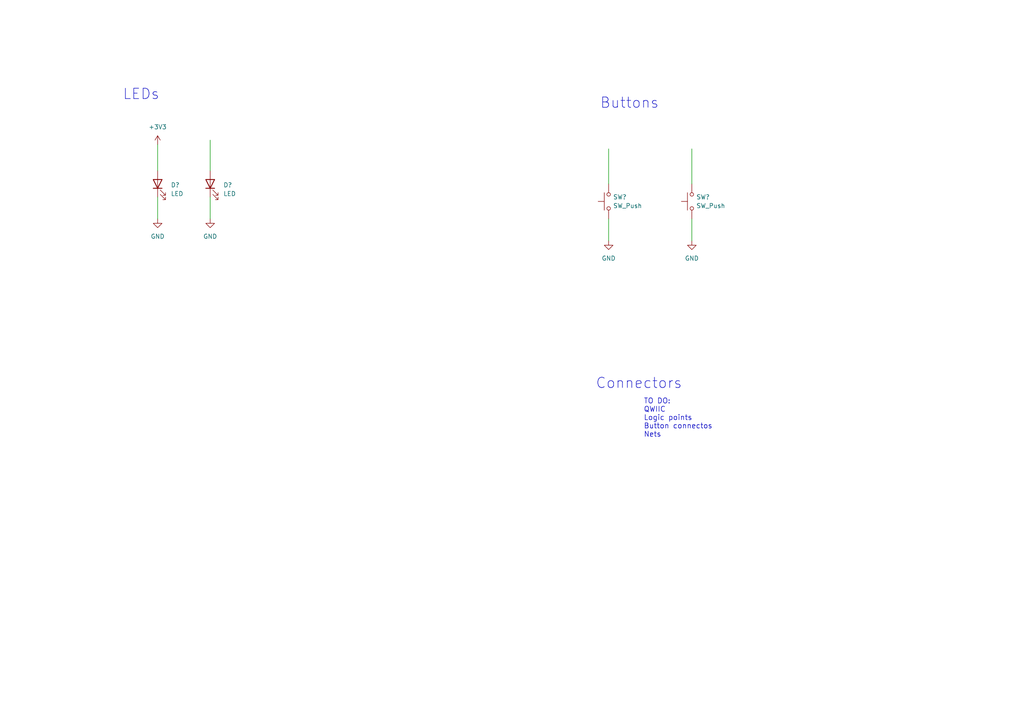
<source format=kicad_sch>
(kicad_sch (version 20211123) (generator eeschema)
  (paper "A4")
  (lib_symbols
    (symbol "Device:LED" (pin_numbers hide) (pin_names (offset 1.016) hide)
      (property "Reference" "D" (at 0 2.54 0))
      (property "Value" "LED" (at 0 -2.54 0))
      (symbol "LED_0_1"
        (polyline (pts (xy -1.27 -1.27) (xy -1.27 1.27)) (stroke (width 0.254)))
        (polyline (pts (xy -1.27 0) (xy 1.27 0)))
        (polyline (pts (xy 1.27 -1.27) (xy 1.27 1.27) (xy -1.27 0) (xy 1.27 -1.27)) (stroke (width 0.254)))
        (polyline (pts (xy -3.048 -0.762) (xy -4.572 -2.286) (xy -3.81 -2.286) (xy -4.572 -2.286) (xy -4.572 -1.524)))
        (polyline (pts (xy -1.778 -0.762) (xy -3.302 -2.286) (xy -2.54 -2.286) (xy -3.302 -2.286) (xy -3.302 -1.524)))
      )
      (symbol "LED_1_1"
        (pin passive line (at -3.81 0 0) (length 2.54) (name "K") (number "1"))
        (pin passive line (at 3.81 0 180) (length 2.54) (name "A") (number "2"))
      )
    )
    (symbol "Switch:SW_Push" (pin_numbers hide) (pin_names (offset 1.016) hide)
      (property "Reference" "SW" (at 1.27 2.54 0))
      (property "Value" "SW_Push" (at 0 -1.524 0))
      (symbol "SW_Push_0_1"
        (circle (center -2.032 0) (radius 0.508))
        (polyline (pts (xy 0 1.27) (xy 0 3.048)))
        (polyline (pts (xy 2.54 1.27) (xy -2.54 1.27)))
        (circle (center 2.032 0) (radius 0.508))
        (pin passive line (at -5.08 0 0) (length 2.54) (name "1") (number "1"))
        (pin passive line (at 5.08 0 180) (length 2.54) (name "2") (number "2"))
      )
    )
    (symbol "power:+3.3V" (power) (pin_names (offset 0))
      (property "Value" "+3.3V" (at 0 3.556 0))
      (symbol "+3.3V_0_1"
        (polyline (pts (xy -0.762 1.27) (xy 0 2.54)))
        (polyline (pts (xy 0 0) (xy 0 2.54)))
        (polyline (pts (xy 0 2.54) (xy 0.762 1.27)))
      )
      (symbol "+3.3V_1_1"
        (pin power_in line (at 0 0 90) (length 0) hide (name "+3V3") (number "1"))
      )
    )
    (symbol "power:GND" (power) (pin_names (offset 0))
      (property "Value" "GND" (at 0 -3.81 0))
      (symbol "GND_0_1"
        (polyline (pts (xy 0 0) (xy 0 -1.27) (xy 1.27 -1.27) (xy 0 -2.54) (xy -1.27 -1.27) (xy 0 -1.27)))
      )
      (symbol "GND_1_1"
        (pin power_in line (at 0 0 270) (length 0) hide (name "GND") (number "1"))
      )
    )
  )
  (wire (pts (xy 176.53 43.18) (xy 176.53 53.34)))
  (wire (pts (xy 176.53 63.5) (xy 176.53 69.85)))
  (wire (pts (xy 60.96 40.64) (xy 60.96 49.53)))
  (wire (pts (xy 200.66 63.5) (xy 200.66 69.85)))
  (wire (pts (xy 45.72 57.15) (xy 45.72 63.5)))
  (wire (pts (xy 45.72 41.91) (xy 45.72 49.53)))
  (wire (pts (xy 60.96 57.15) (xy 60.96 63.5)))
  (wire (pts (xy 200.66 43.18) (xy 200.66 53.34)))
  (text "Connectors" (at 172.72 113.03 0) (effects (font (size 3 3)) (justify left bottom)))
  (text "TO DO:\nQWIIC\nLogic points\nButton connectos\nNets\n" (at 186.69 127 0) (effects (font (size 1.5 1.5)) (justify left bottom)))
  (text "Buttons" (at 173.99 31.75 0) (effects (font (size 3 3)) (justify left bottom)))
  (text "LEDs" (at 35.56 29.21 0) (effects (font (size 3 3)) (justify left bottom)))
  (symbol (lib_id "Device:LED") (at 60.96 53.34 90) (unit 1)
    (property "Reference" "D?" (at 64.77 53.6574 90) (effects (justify right)))
    (property "Value" "LED" (at 64.77 56.1974 90) (effects (justify right)))
  )
  (symbol (lib_id "power:GND") (at 200.66 69.85 0) (unit 1)
    (property "Reference" "#PWR?" (effects hide))
    (property "Value" "GND" (at 200.66 74.93 0))
  )
  (symbol (lib_id "Switch:SW_Push") (at 200.66 58.42 90) (unit 1)
    (property "Reference" "SW?" (at 201.93 57.1499 90) (effects (justify right)))
    (property "Value" "SW_Push" (at 201.93 59.6899 90) (effects (justify right)))
  )
  (symbol (lib_id "power:+3.3V") (at 45.72 41.91 0) (unit 1)
    (property "Reference" "#PWR?" (effects hide))
    (property "Value" "+3.3V" (at 45.72 36.83 0))
  )
  (symbol (lib_id "Device:LED") (at 45.72 53.34 90) (unit 1)
    (property "Reference" "D?" (at 49.53 53.6574 90) (effects (justify right)))
    (property "Value" "LED" (at 49.53 56.1974 90) (effects (justify right)))
  )
  (symbol (lib_id "power:GND") (at 176.53 69.85 0) (unit 1)
    (property "Reference" "#PWR?" (effects hide))
    (property "Value" "GND" (at 176.53 74.93 0))
  )
  (symbol (lib_id "power:GND") (at 60.96 63.5 0) (unit 1)
    (property "Reference" "#PWR?" (effects hide))
    (property "Value" "GND" (at 60.96 68.58 0))
  )
  (symbol (lib_id "power:GND") (at 45.72 63.5 0) (unit 1)
    (property "Reference" "#PWR?" (effects hide))
    (property "Value" "GND" (at 45.72 68.58 0))
  )
  (symbol (lib_id "Switch:SW_Push") (at 176.53 58.42 90) (unit 1)
    (property "Reference" "SW?" (at 177.8 57.1499 90) (effects (justify right)))
    (property "Value" "SW_Push" (at 177.8 59.6899 90) (effects (justify right)))
  )
)
</source>
